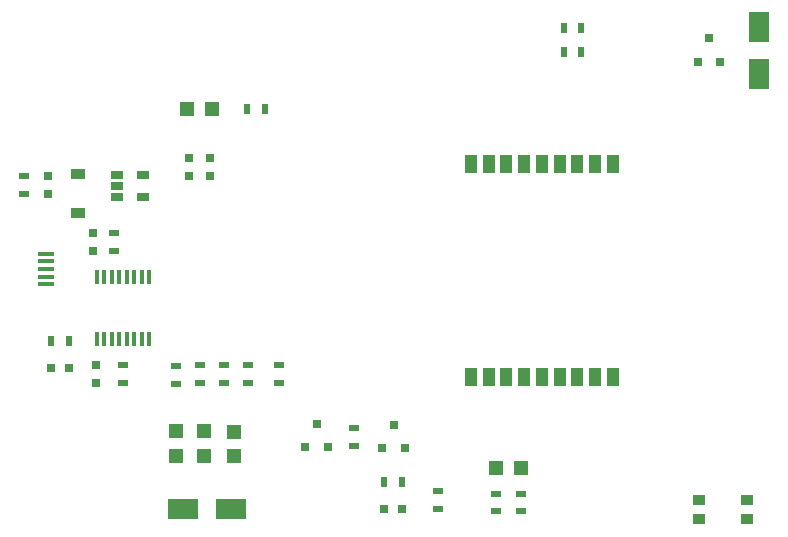
<source format=gbr>
G04 #@! TF.FileFunction,Paste,Top*
%FSLAX46Y46*%
G04 Gerber Fmt 4.6, Leading zero omitted, Abs format (unit mm)*
G04 Created by KiCad (PCBNEW 4.0.2-4+6225~38~ubuntu15.10.1-stable) date Sat 09 Apr 2016 11:14:47 AM CDT*
%MOMM*%
G01*
G04 APERTURE LIST*
%ADD10C,0.100000*%
%ADD11R,1.800860X2.499360*%
%ADD12R,1.198880X1.198880*%
%ADD13R,1.000000X1.500000*%
%ADD14R,0.400000X1.200000*%
%ADD15R,1.060000X0.650000*%
%ADD16R,0.900000X0.500000*%
%ADD17R,0.750000X0.800000*%
%ADD18R,0.800000X0.750000*%
%ADD19R,1.350000X0.400000*%
%ADD20R,0.800100X0.800100*%
%ADD21R,0.500000X0.900000*%
%ADD22R,1.000000X0.900000*%
%ADD23R,1.220000X0.910000*%
%ADD24R,2.499360X1.800860*%
G04 APERTURE END LIST*
D10*
D11*
X173440000Y-52378980D03*
X173440000Y-48381020D03*
D12*
X125040000Y-55280000D03*
X127138040Y-55280000D03*
D13*
X152046000Y-59966000D03*
X150546000Y-59966000D03*
X149046000Y-59966000D03*
X153546000Y-59966000D03*
X155046000Y-59966000D03*
X156546000Y-59966000D03*
X161046000Y-59966000D03*
X159546000Y-59966000D03*
X158046000Y-59966000D03*
X158046000Y-77966000D03*
X159546000Y-77966000D03*
X161046000Y-77966000D03*
X156546000Y-77966000D03*
X155046000Y-77966000D03*
X153546000Y-77966000D03*
X149046000Y-77966000D03*
X150546000Y-77966000D03*
X152046000Y-77966000D03*
D14*
X121812500Y-69562000D03*
X121177500Y-69562000D03*
X120542500Y-69562000D03*
X119907500Y-69562000D03*
X119272500Y-69562000D03*
X118637500Y-69562000D03*
X118002500Y-69562000D03*
X117367500Y-69562000D03*
X117367500Y-74762000D03*
X118002500Y-74762000D03*
X118637500Y-74762000D03*
X119272500Y-74762000D03*
X119907500Y-74762000D03*
X120542500Y-74762000D03*
X121177500Y-74762000D03*
X121812500Y-74762000D03*
D12*
X124040000Y-84674040D03*
X124040000Y-82576000D03*
D15*
X119082000Y-60864000D03*
X119082000Y-61814000D03*
X119082000Y-62764000D03*
X121282000Y-62764000D03*
X121282000Y-60864000D03*
D16*
X118828000Y-67336000D03*
X118828000Y-65836000D03*
D17*
X125178000Y-59474000D03*
X125178000Y-60974000D03*
X126956000Y-59474000D03*
X126956000Y-60974000D03*
D18*
X143212000Y-89180000D03*
X141712000Y-89180000D03*
X113506000Y-77242000D03*
X115006000Y-77242000D03*
D17*
X117050000Y-67336000D03*
X117050000Y-65836000D03*
D12*
X153289020Y-85680000D03*
X151190980Y-85680000D03*
X126440000Y-84678040D03*
X126440000Y-82580000D03*
X128940000Y-84729020D03*
X128940000Y-82630980D03*
D19*
X113024540Y-67559100D03*
X113024540Y-68209100D03*
X113024540Y-68859100D03*
X113024540Y-69509100D03*
X113024540Y-70159100D03*
D20*
X168236000Y-51334000D03*
X170136000Y-51334000D03*
X169186000Y-49335020D03*
X135016000Y-83962000D03*
X136916000Y-83962000D03*
X135966000Y-81963020D03*
X141540000Y-84034000D03*
X143440000Y-84034000D03*
X142490000Y-82035020D03*
D16*
X153240000Y-87880000D03*
X153240000Y-89380000D03*
D21*
X156890000Y-50480000D03*
X158390000Y-50480000D03*
D16*
X111208000Y-62498000D03*
X111208000Y-60998000D03*
X130140000Y-76980000D03*
X130140000Y-78480000D03*
X151140000Y-89380000D03*
X151140000Y-87880000D03*
X146260000Y-87656000D03*
X146260000Y-89156000D03*
D21*
X143212000Y-86894000D03*
X141712000Y-86894000D03*
X130090000Y-55280000D03*
X131590000Y-55280000D03*
D16*
X132798000Y-77000000D03*
X132798000Y-78500000D03*
D21*
X114994000Y-74956000D03*
X113494000Y-74956000D03*
D16*
X126140000Y-78512000D03*
X126140000Y-77012000D03*
D21*
X156890000Y-48480000D03*
X158390000Y-48480000D03*
D16*
X124040000Y-78580000D03*
X124040000Y-77080000D03*
X139140000Y-83830000D03*
X139140000Y-82330000D03*
X128140000Y-78480000D03*
X128140000Y-76980000D03*
D22*
X168322000Y-88418000D03*
X168322000Y-90018000D03*
X172422000Y-88418000D03*
X172422000Y-90018000D03*
D16*
X119590000Y-78512000D03*
X119590000Y-77012000D03*
D17*
X113240000Y-62498000D03*
X113240000Y-60998000D03*
X117304000Y-77012000D03*
X117304000Y-78512000D03*
D23*
X115790000Y-60845000D03*
X115790000Y-64115000D03*
D24*
X128688980Y-89180000D03*
X124691020Y-89180000D03*
M02*

</source>
